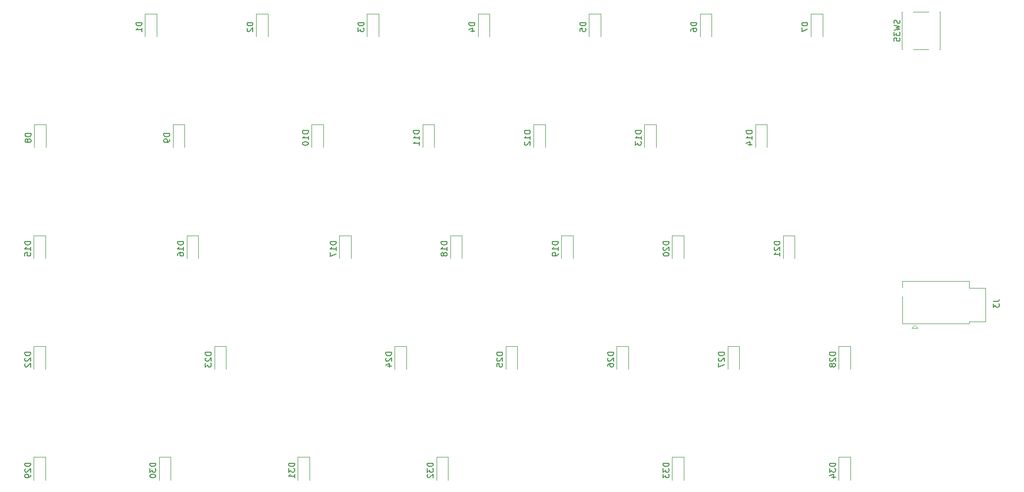
<source format=gbr>
%TF.GenerationSoftware,KiCad,Pcbnew,(6.0.4)*%
%TF.CreationDate,2022-03-31T08:58:10-07:00*%
%TF.ProjectId,hip-factor-3-l,6869702d-6661-4637-946f-722d332d6c2e,rev?*%
%TF.SameCoordinates,Original*%
%TF.FileFunction,Legend,Bot*%
%TF.FilePolarity,Positive*%
%FSLAX46Y46*%
G04 Gerber Fmt 4.6, Leading zero omitted, Abs format (unit mm)*
G04 Created by KiCad (PCBNEW (6.0.4)) date 2022-03-31 08:58:10*
%MOMM*%
%LPD*%
G01*
G04 APERTURE LIST*
%ADD10C,0.150000*%
%ADD11C,0.120000*%
G04 APERTURE END LIST*
D10*
%TO.C,D16*%
X70577380Y-76785714D02*
X69577380Y-76785714D01*
X69577380Y-77023809D01*
X69625000Y-77166666D01*
X69720238Y-77261904D01*
X69815476Y-77309523D01*
X70005952Y-77357142D01*
X70148809Y-77357142D01*
X70339285Y-77309523D01*
X70434523Y-77261904D01*
X70529761Y-77166666D01*
X70577380Y-77023809D01*
X70577380Y-76785714D01*
X70577380Y-78309523D02*
X70577380Y-77738095D01*
X70577380Y-78023809D02*
X69577380Y-78023809D01*
X69720238Y-77928571D01*
X69815476Y-77833333D01*
X69863095Y-77738095D01*
X69577380Y-79166666D02*
X69577380Y-78976190D01*
X69625000Y-78880952D01*
X69672619Y-78833333D01*
X69815476Y-78738095D01*
X70005952Y-78690476D01*
X70386904Y-78690476D01*
X70482142Y-78738095D01*
X70529761Y-78785714D01*
X70577380Y-78880952D01*
X70577380Y-79071428D01*
X70529761Y-79166666D01*
X70482142Y-79214285D01*
X70386904Y-79261904D01*
X70148809Y-79261904D01*
X70053571Y-79214285D01*
X70005952Y-79166666D01*
X69958333Y-79071428D01*
X69958333Y-78880952D01*
X70005952Y-78785714D01*
X70053571Y-78738095D01*
X70148809Y-78690476D01*
%TO.C,D21*%
X172702380Y-76785714D02*
X171702380Y-76785714D01*
X171702380Y-77023809D01*
X171750000Y-77166666D01*
X171845238Y-77261904D01*
X171940476Y-77309523D01*
X172130952Y-77357142D01*
X172273809Y-77357142D01*
X172464285Y-77309523D01*
X172559523Y-77261904D01*
X172654761Y-77166666D01*
X172702380Y-77023809D01*
X172702380Y-76785714D01*
X171797619Y-77738095D02*
X171750000Y-77785714D01*
X171702380Y-77880952D01*
X171702380Y-78119047D01*
X171750000Y-78214285D01*
X171797619Y-78261904D01*
X171892857Y-78309523D01*
X171988095Y-78309523D01*
X172130952Y-78261904D01*
X172702380Y-77690476D01*
X172702380Y-78309523D01*
X172702380Y-79261904D02*
X172702380Y-78690476D01*
X172702380Y-78976190D02*
X171702380Y-78976190D01*
X171845238Y-78880952D01*
X171940476Y-78785714D01*
X171988095Y-78690476D01*
%TO.C,D17*%
X96702380Y-76785714D02*
X95702380Y-76785714D01*
X95702380Y-77023809D01*
X95750000Y-77166666D01*
X95845238Y-77261904D01*
X95940476Y-77309523D01*
X96130952Y-77357142D01*
X96273809Y-77357142D01*
X96464285Y-77309523D01*
X96559523Y-77261904D01*
X96654761Y-77166666D01*
X96702380Y-77023809D01*
X96702380Y-76785714D01*
X96702380Y-78309523D02*
X96702380Y-77738095D01*
X96702380Y-78023809D02*
X95702380Y-78023809D01*
X95845238Y-77928571D01*
X95940476Y-77833333D01*
X95988095Y-77738095D01*
X95702380Y-78642857D02*
X95702380Y-79309523D01*
X96702380Y-78880952D01*
%TO.C,D26*%
X144202380Y-95785714D02*
X143202380Y-95785714D01*
X143202380Y-96023809D01*
X143250000Y-96166666D01*
X143345238Y-96261904D01*
X143440476Y-96309523D01*
X143630952Y-96357142D01*
X143773809Y-96357142D01*
X143964285Y-96309523D01*
X144059523Y-96261904D01*
X144154761Y-96166666D01*
X144202380Y-96023809D01*
X144202380Y-95785714D01*
X143297619Y-96738095D02*
X143250000Y-96785714D01*
X143202380Y-96880952D01*
X143202380Y-97119047D01*
X143250000Y-97214285D01*
X143297619Y-97261904D01*
X143392857Y-97309523D01*
X143488095Y-97309523D01*
X143630952Y-97261904D01*
X144202380Y-96690476D01*
X144202380Y-97309523D01*
X143202380Y-98166666D02*
X143202380Y-97976190D01*
X143250000Y-97880952D01*
X143297619Y-97833333D01*
X143440476Y-97738095D01*
X143630952Y-97690476D01*
X144011904Y-97690476D01*
X144107142Y-97738095D01*
X144154761Y-97785714D01*
X144202380Y-97880952D01*
X144202380Y-98071428D01*
X144154761Y-98166666D01*
X144107142Y-98214285D01*
X144011904Y-98261904D01*
X143773809Y-98261904D01*
X143678571Y-98214285D01*
X143630952Y-98166666D01*
X143583333Y-98071428D01*
X143583333Y-97880952D01*
X143630952Y-97785714D01*
X143678571Y-97738095D01*
X143773809Y-97690476D01*
%TO.C,D34*%
X182202380Y-114785714D02*
X181202380Y-114785714D01*
X181202380Y-115023809D01*
X181250000Y-115166666D01*
X181345238Y-115261904D01*
X181440476Y-115309523D01*
X181630952Y-115357142D01*
X181773809Y-115357142D01*
X181964285Y-115309523D01*
X182059523Y-115261904D01*
X182154761Y-115166666D01*
X182202380Y-115023809D01*
X182202380Y-114785714D01*
X181202380Y-115690476D02*
X181202380Y-116309523D01*
X181583333Y-115976190D01*
X181583333Y-116119047D01*
X181630952Y-116214285D01*
X181678571Y-116261904D01*
X181773809Y-116309523D01*
X182011904Y-116309523D01*
X182107142Y-116261904D01*
X182154761Y-116214285D01*
X182202380Y-116119047D01*
X182202380Y-115833333D01*
X182154761Y-115738095D01*
X182107142Y-115690476D01*
X181535714Y-117166666D02*
X182202380Y-117166666D01*
X181154761Y-116928571D02*
X181869047Y-116690476D01*
X181869047Y-117309523D01*
%TO.C,D24*%
X106202380Y-95785714D02*
X105202380Y-95785714D01*
X105202380Y-96023809D01*
X105250000Y-96166666D01*
X105345238Y-96261904D01*
X105440476Y-96309523D01*
X105630952Y-96357142D01*
X105773809Y-96357142D01*
X105964285Y-96309523D01*
X106059523Y-96261904D01*
X106154761Y-96166666D01*
X106202380Y-96023809D01*
X106202380Y-95785714D01*
X105297619Y-96738095D02*
X105250000Y-96785714D01*
X105202380Y-96880952D01*
X105202380Y-97119047D01*
X105250000Y-97214285D01*
X105297619Y-97261904D01*
X105392857Y-97309523D01*
X105488095Y-97309523D01*
X105630952Y-97261904D01*
X106202380Y-96690476D01*
X106202380Y-97309523D01*
X105535714Y-98166666D02*
X106202380Y-98166666D01*
X105154761Y-97928571D02*
X105869047Y-97690476D01*
X105869047Y-98309523D01*
%TO.C,D14*%
X167952380Y-57785714D02*
X166952380Y-57785714D01*
X166952380Y-58023809D01*
X167000000Y-58166666D01*
X167095238Y-58261904D01*
X167190476Y-58309523D01*
X167380952Y-58357142D01*
X167523809Y-58357142D01*
X167714285Y-58309523D01*
X167809523Y-58261904D01*
X167904761Y-58166666D01*
X167952380Y-58023809D01*
X167952380Y-57785714D01*
X167952380Y-59309523D02*
X167952380Y-58738095D01*
X167952380Y-59023809D02*
X166952380Y-59023809D01*
X167095238Y-58928571D01*
X167190476Y-58833333D01*
X167238095Y-58738095D01*
X167285714Y-60166666D02*
X167952380Y-60166666D01*
X166904761Y-59928571D02*
X167619047Y-59690476D01*
X167619047Y-60309523D01*
%TO.C,D5*%
X139452380Y-39261904D02*
X138452380Y-39261904D01*
X138452380Y-39500000D01*
X138500000Y-39642857D01*
X138595238Y-39738095D01*
X138690476Y-39785714D01*
X138880952Y-39833333D01*
X139023809Y-39833333D01*
X139214285Y-39785714D01*
X139309523Y-39738095D01*
X139404761Y-39642857D01*
X139452380Y-39500000D01*
X139452380Y-39261904D01*
X138452380Y-40738095D02*
X138452380Y-40261904D01*
X138928571Y-40214285D01*
X138880952Y-40261904D01*
X138833333Y-40357142D01*
X138833333Y-40595238D01*
X138880952Y-40690476D01*
X138928571Y-40738095D01*
X139023809Y-40785714D01*
X139261904Y-40785714D01*
X139357142Y-40738095D01*
X139404761Y-40690476D01*
X139452380Y-40595238D01*
X139452380Y-40357142D01*
X139404761Y-40261904D01*
X139357142Y-40214285D01*
%TO.C,D6*%
X158452380Y-39261904D02*
X157452380Y-39261904D01*
X157452380Y-39500000D01*
X157500000Y-39642857D01*
X157595238Y-39738095D01*
X157690476Y-39785714D01*
X157880952Y-39833333D01*
X158023809Y-39833333D01*
X158214285Y-39785714D01*
X158309523Y-39738095D01*
X158404761Y-39642857D01*
X158452380Y-39500000D01*
X158452380Y-39261904D01*
X157452380Y-40690476D02*
X157452380Y-40500000D01*
X157500000Y-40404761D01*
X157547619Y-40357142D01*
X157690476Y-40261904D01*
X157880952Y-40214285D01*
X158261904Y-40214285D01*
X158357142Y-40261904D01*
X158404761Y-40309523D01*
X158452380Y-40404761D01*
X158452380Y-40595238D01*
X158404761Y-40690476D01*
X158357142Y-40738095D01*
X158261904Y-40785714D01*
X158023809Y-40785714D01*
X157928571Y-40738095D01*
X157880952Y-40690476D01*
X157833333Y-40595238D01*
X157833333Y-40404761D01*
X157880952Y-40309523D01*
X157928571Y-40261904D01*
X158023809Y-40214285D01*
%TO.C,D10*%
X91952380Y-57785714D02*
X90952380Y-57785714D01*
X90952380Y-58023809D01*
X91000000Y-58166666D01*
X91095238Y-58261904D01*
X91190476Y-58309523D01*
X91380952Y-58357142D01*
X91523809Y-58357142D01*
X91714285Y-58309523D01*
X91809523Y-58261904D01*
X91904761Y-58166666D01*
X91952380Y-58023809D01*
X91952380Y-57785714D01*
X91952380Y-59309523D02*
X91952380Y-58738095D01*
X91952380Y-59023809D02*
X90952380Y-59023809D01*
X91095238Y-58928571D01*
X91190476Y-58833333D01*
X91238095Y-58738095D01*
X90952380Y-59928571D02*
X90952380Y-60023809D01*
X91000000Y-60119047D01*
X91047619Y-60166666D01*
X91142857Y-60214285D01*
X91333333Y-60261904D01*
X91571428Y-60261904D01*
X91761904Y-60214285D01*
X91857142Y-60166666D01*
X91904761Y-60119047D01*
X91952380Y-60023809D01*
X91952380Y-59928571D01*
X91904761Y-59833333D01*
X91857142Y-59785714D01*
X91761904Y-59738095D01*
X91571428Y-59690476D01*
X91333333Y-59690476D01*
X91142857Y-59738095D01*
X91047619Y-59785714D01*
X91000000Y-59833333D01*
X90952380Y-59928571D01*
%TO.C,D9*%
X68202380Y-58261904D02*
X67202380Y-58261904D01*
X67202380Y-58500000D01*
X67250000Y-58642857D01*
X67345238Y-58738095D01*
X67440476Y-58785714D01*
X67630952Y-58833333D01*
X67773809Y-58833333D01*
X67964285Y-58785714D01*
X68059523Y-58738095D01*
X68154761Y-58642857D01*
X68202380Y-58500000D01*
X68202380Y-58261904D01*
X68202380Y-59309523D02*
X68202380Y-59500000D01*
X68154761Y-59595238D01*
X68107142Y-59642857D01*
X67964285Y-59738095D01*
X67773809Y-59785714D01*
X67392857Y-59785714D01*
X67297619Y-59738095D01*
X67250000Y-59690476D01*
X67202380Y-59595238D01*
X67202380Y-59404761D01*
X67250000Y-59309523D01*
X67297619Y-59261904D01*
X67392857Y-59214285D01*
X67630952Y-59214285D01*
X67726190Y-59261904D01*
X67773809Y-59309523D01*
X67821428Y-59404761D01*
X67821428Y-59595238D01*
X67773809Y-59690476D01*
X67726190Y-59738095D01*
X67630952Y-59785714D01*
%TO.C,D18*%
X115702380Y-76785714D02*
X114702380Y-76785714D01*
X114702380Y-77023809D01*
X114750000Y-77166666D01*
X114845238Y-77261904D01*
X114940476Y-77309523D01*
X115130952Y-77357142D01*
X115273809Y-77357142D01*
X115464285Y-77309523D01*
X115559523Y-77261904D01*
X115654761Y-77166666D01*
X115702380Y-77023809D01*
X115702380Y-76785714D01*
X115702380Y-78309523D02*
X115702380Y-77738095D01*
X115702380Y-78023809D02*
X114702380Y-78023809D01*
X114845238Y-77928571D01*
X114940476Y-77833333D01*
X114988095Y-77738095D01*
X115130952Y-78880952D02*
X115083333Y-78785714D01*
X115035714Y-78738095D01*
X114940476Y-78690476D01*
X114892857Y-78690476D01*
X114797619Y-78738095D01*
X114750000Y-78785714D01*
X114702380Y-78880952D01*
X114702380Y-79071428D01*
X114750000Y-79166666D01*
X114797619Y-79214285D01*
X114892857Y-79261904D01*
X114940476Y-79261904D01*
X115035714Y-79214285D01*
X115083333Y-79166666D01*
X115130952Y-79071428D01*
X115130952Y-78880952D01*
X115178571Y-78785714D01*
X115226190Y-78738095D01*
X115321428Y-78690476D01*
X115511904Y-78690476D01*
X115607142Y-78738095D01*
X115654761Y-78785714D01*
X115702380Y-78880952D01*
X115702380Y-79071428D01*
X115654761Y-79166666D01*
X115607142Y-79214285D01*
X115511904Y-79261904D01*
X115321428Y-79261904D01*
X115226190Y-79214285D01*
X115178571Y-79166666D01*
X115130952Y-79071428D01*
%TO.C,D30*%
X65827380Y-114785714D02*
X64827380Y-114785714D01*
X64827380Y-115023809D01*
X64875000Y-115166666D01*
X64970238Y-115261904D01*
X65065476Y-115309523D01*
X65255952Y-115357142D01*
X65398809Y-115357142D01*
X65589285Y-115309523D01*
X65684523Y-115261904D01*
X65779761Y-115166666D01*
X65827380Y-115023809D01*
X65827380Y-114785714D01*
X64827380Y-115690476D02*
X64827380Y-116309523D01*
X65208333Y-115976190D01*
X65208333Y-116119047D01*
X65255952Y-116214285D01*
X65303571Y-116261904D01*
X65398809Y-116309523D01*
X65636904Y-116309523D01*
X65732142Y-116261904D01*
X65779761Y-116214285D01*
X65827380Y-116119047D01*
X65827380Y-115833333D01*
X65779761Y-115738095D01*
X65732142Y-115690476D01*
X64827380Y-116928571D02*
X64827380Y-117023809D01*
X64875000Y-117119047D01*
X64922619Y-117166666D01*
X65017857Y-117214285D01*
X65208333Y-117261904D01*
X65446428Y-117261904D01*
X65636904Y-117214285D01*
X65732142Y-117166666D01*
X65779761Y-117119047D01*
X65827380Y-117023809D01*
X65827380Y-116928571D01*
X65779761Y-116833333D01*
X65732142Y-116785714D01*
X65636904Y-116738095D01*
X65446428Y-116690476D01*
X65208333Y-116690476D01*
X65017857Y-116738095D01*
X64922619Y-116785714D01*
X64875000Y-116833333D01*
X64827380Y-116928571D01*
%TO.C,J3*%
X209232380Y-87056666D02*
X209946666Y-87056666D01*
X210089523Y-87009047D01*
X210184761Y-86913809D01*
X210232380Y-86770952D01*
X210232380Y-86675714D01*
X209232380Y-87437619D02*
X209232380Y-88056666D01*
X209613333Y-87723333D01*
X209613333Y-87866190D01*
X209660952Y-87961428D01*
X209708571Y-88009047D01*
X209803809Y-88056666D01*
X210041904Y-88056666D01*
X210137142Y-88009047D01*
X210184761Y-87961428D01*
X210232380Y-87866190D01*
X210232380Y-87580476D01*
X210184761Y-87485238D01*
X210137142Y-87437619D01*
%TO.C,D7*%
X177452380Y-39261904D02*
X176452380Y-39261904D01*
X176452380Y-39500000D01*
X176500000Y-39642857D01*
X176595238Y-39738095D01*
X176690476Y-39785714D01*
X176880952Y-39833333D01*
X177023809Y-39833333D01*
X177214285Y-39785714D01*
X177309523Y-39738095D01*
X177404761Y-39642857D01*
X177452380Y-39500000D01*
X177452380Y-39261904D01*
X176452380Y-40166666D02*
X176452380Y-40833333D01*
X177452380Y-40404761D01*
%TO.C,D2*%
X82452380Y-39261904D02*
X81452380Y-39261904D01*
X81452380Y-39500000D01*
X81500000Y-39642857D01*
X81595238Y-39738095D01*
X81690476Y-39785714D01*
X81880952Y-39833333D01*
X82023809Y-39833333D01*
X82214285Y-39785714D01*
X82309523Y-39738095D01*
X82404761Y-39642857D01*
X82452380Y-39500000D01*
X82452380Y-39261904D01*
X81547619Y-40214285D02*
X81500000Y-40261904D01*
X81452380Y-40357142D01*
X81452380Y-40595238D01*
X81500000Y-40690476D01*
X81547619Y-40738095D01*
X81642857Y-40785714D01*
X81738095Y-40785714D01*
X81880952Y-40738095D01*
X82452380Y-40166666D01*
X82452380Y-40785714D01*
%TO.C,D33*%
X153702380Y-114785714D02*
X152702380Y-114785714D01*
X152702380Y-115023809D01*
X152750000Y-115166666D01*
X152845238Y-115261904D01*
X152940476Y-115309523D01*
X153130952Y-115357142D01*
X153273809Y-115357142D01*
X153464285Y-115309523D01*
X153559523Y-115261904D01*
X153654761Y-115166666D01*
X153702380Y-115023809D01*
X153702380Y-114785714D01*
X152702380Y-115690476D02*
X152702380Y-116309523D01*
X153083333Y-115976190D01*
X153083333Y-116119047D01*
X153130952Y-116214285D01*
X153178571Y-116261904D01*
X153273809Y-116309523D01*
X153511904Y-116309523D01*
X153607142Y-116261904D01*
X153654761Y-116214285D01*
X153702380Y-116119047D01*
X153702380Y-115833333D01*
X153654761Y-115738095D01*
X153607142Y-115690476D01*
X152702380Y-116642857D02*
X152702380Y-117261904D01*
X153083333Y-116928571D01*
X153083333Y-117071428D01*
X153130952Y-117166666D01*
X153178571Y-117214285D01*
X153273809Y-117261904D01*
X153511904Y-117261904D01*
X153607142Y-117214285D01*
X153654761Y-117166666D01*
X153702380Y-117071428D01*
X153702380Y-116785714D01*
X153654761Y-116690476D01*
X153607142Y-116642857D01*
%TO.C,D15*%
X44402380Y-76785714D02*
X43402380Y-76785714D01*
X43402380Y-77023809D01*
X43450000Y-77166666D01*
X43545238Y-77261904D01*
X43640476Y-77309523D01*
X43830952Y-77357142D01*
X43973809Y-77357142D01*
X44164285Y-77309523D01*
X44259523Y-77261904D01*
X44354761Y-77166666D01*
X44402380Y-77023809D01*
X44402380Y-76785714D01*
X44402380Y-78309523D02*
X44402380Y-77738095D01*
X44402380Y-78023809D02*
X43402380Y-78023809D01*
X43545238Y-77928571D01*
X43640476Y-77833333D01*
X43688095Y-77738095D01*
X43402380Y-79214285D02*
X43402380Y-78738095D01*
X43878571Y-78690476D01*
X43830952Y-78738095D01*
X43783333Y-78833333D01*
X43783333Y-79071428D01*
X43830952Y-79166666D01*
X43878571Y-79214285D01*
X43973809Y-79261904D01*
X44211904Y-79261904D01*
X44307142Y-79214285D01*
X44354761Y-79166666D01*
X44402380Y-79071428D01*
X44402380Y-78833333D01*
X44354761Y-78738095D01*
X44307142Y-78690476D01*
%TO.C,D28*%
X182202380Y-95785714D02*
X181202380Y-95785714D01*
X181202380Y-96023809D01*
X181250000Y-96166666D01*
X181345238Y-96261904D01*
X181440476Y-96309523D01*
X181630952Y-96357142D01*
X181773809Y-96357142D01*
X181964285Y-96309523D01*
X182059523Y-96261904D01*
X182154761Y-96166666D01*
X182202380Y-96023809D01*
X182202380Y-95785714D01*
X181297619Y-96738095D02*
X181250000Y-96785714D01*
X181202380Y-96880952D01*
X181202380Y-97119047D01*
X181250000Y-97214285D01*
X181297619Y-97261904D01*
X181392857Y-97309523D01*
X181488095Y-97309523D01*
X181630952Y-97261904D01*
X182202380Y-96690476D01*
X182202380Y-97309523D01*
X181630952Y-97880952D02*
X181583333Y-97785714D01*
X181535714Y-97738095D01*
X181440476Y-97690476D01*
X181392857Y-97690476D01*
X181297619Y-97738095D01*
X181250000Y-97785714D01*
X181202380Y-97880952D01*
X181202380Y-98071428D01*
X181250000Y-98166666D01*
X181297619Y-98214285D01*
X181392857Y-98261904D01*
X181440476Y-98261904D01*
X181535714Y-98214285D01*
X181583333Y-98166666D01*
X181630952Y-98071428D01*
X181630952Y-97880952D01*
X181678571Y-97785714D01*
X181726190Y-97738095D01*
X181821428Y-97690476D01*
X182011904Y-97690476D01*
X182107142Y-97738095D01*
X182154761Y-97785714D01*
X182202380Y-97880952D01*
X182202380Y-98071428D01*
X182154761Y-98166666D01*
X182107142Y-98214285D01*
X182011904Y-98261904D01*
X181821428Y-98261904D01*
X181726190Y-98214285D01*
X181678571Y-98166666D01*
X181630952Y-98071428D01*
%TO.C,D23*%
X75327380Y-95785714D02*
X74327380Y-95785714D01*
X74327380Y-96023809D01*
X74375000Y-96166666D01*
X74470238Y-96261904D01*
X74565476Y-96309523D01*
X74755952Y-96357142D01*
X74898809Y-96357142D01*
X75089285Y-96309523D01*
X75184523Y-96261904D01*
X75279761Y-96166666D01*
X75327380Y-96023809D01*
X75327380Y-95785714D01*
X74422619Y-96738095D02*
X74375000Y-96785714D01*
X74327380Y-96880952D01*
X74327380Y-97119047D01*
X74375000Y-97214285D01*
X74422619Y-97261904D01*
X74517857Y-97309523D01*
X74613095Y-97309523D01*
X74755952Y-97261904D01*
X75327380Y-96690476D01*
X75327380Y-97309523D01*
X74327380Y-97642857D02*
X74327380Y-98261904D01*
X74708333Y-97928571D01*
X74708333Y-98071428D01*
X74755952Y-98166666D01*
X74803571Y-98214285D01*
X74898809Y-98261904D01*
X75136904Y-98261904D01*
X75232142Y-98214285D01*
X75279761Y-98166666D01*
X75327380Y-98071428D01*
X75327380Y-97785714D01*
X75279761Y-97690476D01*
X75232142Y-97642857D01*
%TO.C,D4*%
X120452380Y-39261904D02*
X119452380Y-39261904D01*
X119452380Y-39500000D01*
X119500000Y-39642857D01*
X119595238Y-39738095D01*
X119690476Y-39785714D01*
X119880952Y-39833333D01*
X120023809Y-39833333D01*
X120214285Y-39785714D01*
X120309523Y-39738095D01*
X120404761Y-39642857D01*
X120452380Y-39500000D01*
X120452380Y-39261904D01*
X119785714Y-40690476D02*
X120452380Y-40690476D01*
X119404761Y-40452380D02*
X120119047Y-40214285D01*
X120119047Y-40833333D01*
%TO.C,D11*%
X110952380Y-57785714D02*
X109952380Y-57785714D01*
X109952380Y-58023809D01*
X110000000Y-58166666D01*
X110095238Y-58261904D01*
X110190476Y-58309523D01*
X110380952Y-58357142D01*
X110523809Y-58357142D01*
X110714285Y-58309523D01*
X110809523Y-58261904D01*
X110904761Y-58166666D01*
X110952380Y-58023809D01*
X110952380Y-57785714D01*
X110952380Y-59309523D02*
X110952380Y-58738095D01*
X110952380Y-59023809D02*
X109952380Y-59023809D01*
X110095238Y-58928571D01*
X110190476Y-58833333D01*
X110238095Y-58738095D01*
X110952380Y-60261904D02*
X110952380Y-59690476D01*
X110952380Y-59976190D02*
X109952380Y-59976190D01*
X110095238Y-59880952D01*
X110190476Y-59785714D01*
X110238095Y-59690476D01*
%TO.C,D27*%
X163202380Y-95785714D02*
X162202380Y-95785714D01*
X162202380Y-96023809D01*
X162250000Y-96166666D01*
X162345238Y-96261904D01*
X162440476Y-96309523D01*
X162630952Y-96357142D01*
X162773809Y-96357142D01*
X162964285Y-96309523D01*
X163059523Y-96261904D01*
X163154761Y-96166666D01*
X163202380Y-96023809D01*
X163202380Y-95785714D01*
X162297619Y-96738095D02*
X162250000Y-96785714D01*
X162202380Y-96880952D01*
X162202380Y-97119047D01*
X162250000Y-97214285D01*
X162297619Y-97261904D01*
X162392857Y-97309523D01*
X162488095Y-97309523D01*
X162630952Y-97261904D01*
X163202380Y-96690476D01*
X163202380Y-97309523D01*
X162202380Y-97642857D02*
X162202380Y-98309523D01*
X163202380Y-97880952D01*
%TO.C,D32*%
X113327380Y-114785714D02*
X112327380Y-114785714D01*
X112327380Y-115023809D01*
X112375000Y-115166666D01*
X112470238Y-115261904D01*
X112565476Y-115309523D01*
X112755952Y-115357142D01*
X112898809Y-115357142D01*
X113089285Y-115309523D01*
X113184523Y-115261904D01*
X113279761Y-115166666D01*
X113327380Y-115023809D01*
X113327380Y-114785714D01*
X112327380Y-115690476D02*
X112327380Y-116309523D01*
X112708333Y-115976190D01*
X112708333Y-116119047D01*
X112755952Y-116214285D01*
X112803571Y-116261904D01*
X112898809Y-116309523D01*
X113136904Y-116309523D01*
X113232142Y-116261904D01*
X113279761Y-116214285D01*
X113327380Y-116119047D01*
X113327380Y-115833333D01*
X113279761Y-115738095D01*
X113232142Y-115690476D01*
X112422619Y-116690476D02*
X112375000Y-116738095D01*
X112327380Y-116833333D01*
X112327380Y-117071428D01*
X112375000Y-117166666D01*
X112422619Y-117214285D01*
X112517857Y-117261904D01*
X112613095Y-117261904D01*
X112755952Y-117214285D01*
X113327380Y-116642857D01*
X113327380Y-117261904D01*
%TO.C,D25*%
X125202380Y-95785714D02*
X124202380Y-95785714D01*
X124202380Y-96023809D01*
X124250000Y-96166666D01*
X124345238Y-96261904D01*
X124440476Y-96309523D01*
X124630952Y-96357142D01*
X124773809Y-96357142D01*
X124964285Y-96309523D01*
X125059523Y-96261904D01*
X125154761Y-96166666D01*
X125202380Y-96023809D01*
X125202380Y-95785714D01*
X124297619Y-96738095D02*
X124250000Y-96785714D01*
X124202380Y-96880952D01*
X124202380Y-97119047D01*
X124250000Y-97214285D01*
X124297619Y-97261904D01*
X124392857Y-97309523D01*
X124488095Y-97309523D01*
X124630952Y-97261904D01*
X125202380Y-96690476D01*
X125202380Y-97309523D01*
X124202380Y-98214285D02*
X124202380Y-97738095D01*
X124678571Y-97690476D01*
X124630952Y-97738095D01*
X124583333Y-97833333D01*
X124583333Y-98071428D01*
X124630952Y-98166666D01*
X124678571Y-98214285D01*
X124773809Y-98261904D01*
X125011904Y-98261904D01*
X125107142Y-98214285D01*
X125154761Y-98166666D01*
X125202380Y-98071428D01*
X125202380Y-97833333D01*
X125154761Y-97738095D01*
X125107142Y-97690476D01*
%TO.C,D12*%
X129952380Y-57785714D02*
X128952380Y-57785714D01*
X128952380Y-58023809D01*
X129000000Y-58166666D01*
X129095238Y-58261904D01*
X129190476Y-58309523D01*
X129380952Y-58357142D01*
X129523809Y-58357142D01*
X129714285Y-58309523D01*
X129809523Y-58261904D01*
X129904761Y-58166666D01*
X129952380Y-58023809D01*
X129952380Y-57785714D01*
X129952380Y-59309523D02*
X129952380Y-58738095D01*
X129952380Y-59023809D02*
X128952380Y-59023809D01*
X129095238Y-58928571D01*
X129190476Y-58833333D01*
X129238095Y-58738095D01*
X129047619Y-59690476D02*
X129000000Y-59738095D01*
X128952380Y-59833333D01*
X128952380Y-60071428D01*
X129000000Y-60166666D01*
X129047619Y-60214285D01*
X129142857Y-60261904D01*
X129238095Y-60261904D01*
X129380952Y-60214285D01*
X129952380Y-59642857D01*
X129952380Y-60261904D01*
%TO.C,D13*%
X148952380Y-57785714D02*
X147952380Y-57785714D01*
X147952380Y-58023809D01*
X148000000Y-58166666D01*
X148095238Y-58261904D01*
X148190476Y-58309523D01*
X148380952Y-58357142D01*
X148523809Y-58357142D01*
X148714285Y-58309523D01*
X148809523Y-58261904D01*
X148904761Y-58166666D01*
X148952380Y-58023809D01*
X148952380Y-57785714D01*
X148952380Y-59309523D02*
X148952380Y-58738095D01*
X148952380Y-59023809D02*
X147952380Y-59023809D01*
X148095238Y-58928571D01*
X148190476Y-58833333D01*
X148238095Y-58738095D01*
X147952380Y-59642857D02*
X147952380Y-60261904D01*
X148333333Y-59928571D01*
X148333333Y-60071428D01*
X148380952Y-60166666D01*
X148428571Y-60214285D01*
X148523809Y-60261904D01*
X148761904Y-60261904D01*
X148857142Y-60214285D01*
X148904761Y-60166666D01*
X148952380Y-60071428D01*
X148952380Y-59785714D01*
X148904761Y-59690476D01*
X148857142Y-59642857D01*
%TO.C,D22*%
X44402380Y-95785714D02*
X43402380Y-95785714D01*
X43402380Y-96023809D01*
X43450000Y-96166666D01*
X43545238Y-96261904D01*
X43640476Y-96309523D01*
X43830952Y-96357142D01*
X43973809Y-96357142D01*
X44164285Y-96309523D01*
X44259523Y-96261904D01*
X44354761Y-96166666D01*
X44402380Y-96023809D01*
X44402380Y-95785714D01*
X43497619Y-96738095D02*
X43450000Y-96785714D01*
X43402380Y-96880952D01*
X43402380Y-97119047D01*
X43450000Y-97214285D01*
X43497619Y-97261904D01*
X43592857Y-97309523D01*
X43688095Y-97309523D01*
X43830952Y-97261904D01*
X44402380Y-96690476D01*
X44402380Y-97309523D01*
X43497619Y-97690476D02*
X43450000Y-97738095D01*
X43402380Y-97833333D01*
X43402380Y-98071428D01*
X43450000Y-98166666D01*
X43497619Y-98214285D01*
X43592857Y-98261904D01*
X43688095Y-98261904D01*
X43830952Y-98214285D01*
X44402380Y-97642857D01*
X44402380Y-98261904D01*
%TO.C,D1*%
X63452380Y-39261904D02*
X62452380Y-39261904D01*
X62452380Y-39500000D01*
X62500000Y-39642857D01*
X62595238Y-39738095D01*
X62690476Y-39785714D01*
X62880952Y-39833333D01*
X63023809Y-39833333D01*
X63214285Y-39785714D01*
X63309523Y-39738095D01*
X63404761Y-39642857D01*
X63452380Y-39500000D01*
X63452380Y-39261904D01*
X63452380Y-40785714D02*
X63452380Y-40214285D01*
X63452380Y-40500000D02*
X62452380Y-40500000D01*
X62595238Y-40404761D01*
X62690476Y-40309523D01*
X62738095Y-40214285D01*
%TO.C,D31*%
X89577380Y-114785714D02*
X88577380Y-114785714D01*
X88577380Y-115023809D01*
X88625000Y-115166666D01*
X88720238Y-115261904D01*
X88815476Y-115309523D01*
X89005952Y-115357142D01*
X89148809Y-115357142D01*
X89339285Y-115309523D01*
X89434523Y-115261904D01*
X89529761Y-115166666D01*
X89577380Y-115023809D01*
X89577380Y-114785714D01*
X88577380Y-115690476D02*
X88577380Y-116309523D01*
X88958333Y-115976190D01*
X88958333Y-116119047D01*
X89005952Y-116214285D01*
X89053571Y-116261904D01*
X89148809Y-116309523D01*
X89386904Y-116309523D01*
X89482142Y-116261904D01*
X89529761Y-116214285D01*
X89577380Y-116119047D01*
X89577380Y-115833333D01*
X89529761Y-115738095D01*
X89482142Y-115690476D01*
X89577380Y-117261904D02*
X89577380Y-116690476D01*
X89577380Y-116976190D02*
X88577380Y-116976190D01*
X88720238Y-116880952D01*
X88815476Y-116785714D01*
X88863095Y-116690476D01*
%TO.C,D8*%
X44452380Y-58261904D02*
X43452380Y-58261904D01*
X43452380Y-58500000D01*
X43500000Y-58642857D01*
X43595238Y-58738095D01*
X43690476Y-58785714D01*
X43880952Y-58833333D01*
X44023809Y-58833333D01*
X44214285Y-58785714D01*
X44309523Y-58738095D01*
X44404761Y-58642857D01*
X44452380Y-58500000D01*
X44452380Y-58261904D01*
X43880952Y-59404761D02*
X43833333Y-59309523D01*
X43785714Y-59261904D01*
X43690476Y-59214285D01*
X43642857Y-59214285D01*
X43547619Y-59261904D01*
X43500000Y-59309523D01*
X43452380Y-59404761D01*
X43452380Y-59595238D01*
X43500000Y-59690476D01*
X43547619Y-59738095D01*
X43642857Y-59785714D01*
X43690476Y-59785714D01*
X43785714Y-59738095D01*
X43833333Y-59690476D01*
X43880952Y-59595238D01*
X43880952Y-59404761D01*
X43928571Y-59309523D01*
X43976190Y-59261904D01*
X44071428Y-59214285D01*
X44261904Y-59214285D01*
X44357142Y-59261904D01*
X44404761Y-59309523D01*
X44452380Y-59404761D01*
X44452380Y-59595238D01*
X44404761Y-59690476D01*
X44357142Y-59738095D01*
X44261904Y-59785714D01*
X44071428Y-59785714D01*
X43976190Y-59738095D01*
X43928571Y-59690476D01*
X43880952Y-59595238D01*
%TO.C,D20*%
X153702380Y-76785714D02*
X152702380Y-76785714D01*
X152702380Y-77023809D01*
X152750000Y-77166666D01*
X152845238Y-77261904D01*
X152940476Y-77309523D01*
X153130952Y-77357142D01*
X153273809Y-77357142D01*
X153464285Y-77309523D01*
X153559523Y-77261904D01*
X153654761Y-77166666D01*
X153702380Y-77023809D01*
X153702380Y-76785714D01*
X152797619Y-77738095D02*
X152750000Y-77785714D01*
X152702380Y-77880952D01*
X152702380Y-78119047D01*
X152750000Y-78214285D01*
X152797619Y-78261904D01*
X152892857Y-78309523D01*
X152988095Y-78309523D01*
X153130952Y-78261904D01*
X153702380Y-77690476D01*
X153702380Y-78309523D01*
X152702380Y-78928571D02*
X152702380Y-79023809D01*
X152750000Y-79119047D01*
X152797619Y-79166666D01*
X152892857Y-79214285D01*
X153083333Y-79261904D01*
X153321428Y-79261904D01*
X153511904Y-79214285D01*
X153607142Y-79166666D01*
X153654761Y-79119047D01*
X153702380Y-79023809D01*
X153702380Y-78928571D01*
X153654761Y-78833333D01*
X153607142Y-78785714D01*
X153511904Y-78738095D01*
X153321428Y-78690476D01*
X153083333Y-78690476D01*
X152892857Y-78738095D01*
X152797619Y-78785714D01*
X152750000Y-78833333D01*
X152702380Y-78928571D01*
%TO.C,D19*%
X134702380Y-76785714D02*
X133702380Y-76785714D01*
X133702380Y-77023809D01*
X133750000Y-77166666D01*
X133845238Y-77261904D01*
X133940476Y-77309523D01*
X134130952Y-77357142D01*
X134273809Y-77357142D01*
X134464285Y-77309523D01*
X134559523Y-77261904D01*
X134654761Y-77166666D01*
X134702380Y-77023809D01*
X134702380Y-76785714D01*
X134702380Y-78309523D02*
X134702380Y-77738095D01*
X134702380Y-78023809D02*
X133702380Y-78023809D01*
X133845238Y-77928571D01*
X133940476Y-77833333D01*
X133988095Y-77738095D01*
X134702380Y-78785714D02*
X134702380Y-78976190D01*
X134654761Y-79071428D01*
X134607142Y-79119047D01*
X134464285Y-79214285D01*
X134273809Y-79261904D01*
X133892857Y-79261904D01*
X133797619Y-79214285D01*
X133750000Y-79166666D01*
X133702380Y-79071428D01*
X133702380Y-78880952D01*
X133750000Y-78785714D01*
X133797619Y-78738095D01*
X133892857Y-78690476D01*
X134130952Y-78690476D01*
X134226190Y-78738095D01*
X134273809Y-78785714D01*
X134321428Y-78880952D01*
X134321428Y-79071428D01*
X134273809Y-79166666D01*
X134226190Y-79214285D01*
X134130952Y-79261904D01*
%TO.C,D3*%
X101452380Y-39261904D02*
X100452380Y-39261904D01*
X100452380Y-39500000D01*
X100500000Y-39642857D01*
X100595238Y-39738095D01*
X100690476Y-39785714D01*
X100880952Y-39833333D01*
X101023809Y-39833333D01*
X101214285Y-39785714D01*
X101309523Y-39738095D01*
X101404761Y-39642857D01*
X101452380Y-39500000D01*
X101452380Y-39261904D01*
X100452380Y-40166666D02*
X100452380Y-40785714D01*
X100833333Y-40452380D01*
X100833333Y-40595238D01*
X100880952Y-40690476D01*
X100928571Y-40738095D01*
X101023809Y-40785714D01*
X101261904Y-40785714D01*
X101357142Y-40738095D01*
X101404761Y-40690476D01*
X101452380Y-40595238D01*
X101452380Y-40309523D01*
X101404761Y-40214285D01*
X101357142Y-40166666D01*
%TO.C,D29*%
X44402380Y-114785714D02*
X43402380Y-114785714D01*
X43402380Y-115023809D01*
X43450000Y-115166666D01*
X43545238Y-115261904D01*
X43640476Y-115309523D01*
X43830952Y-115357142D01*
X43973809Y-115357142D01*
X44164285Y-115309523D01*
X44259523Y-115261904D01*
X44354761Y-115166666D01*
X44402380Y-115023809D01*
X44402380Y-114785714D01*
X43497619Y-115738095D02*
X43450000Y-115785714D01*
X43402380Y-115880952D01*
X43402380Y-116119047D01*
X43450000Y-116214285D01*
X43497619Y-116261904D01*
X43592857Y-116309523D01*
X43688095Y-116309523D01*
X43830952Y-116261904D01*
X44402380Y-115690476D01*
X44402380Y-116309523D01*
X44402380Y-116785714D02*
X44402380Y-116976190D01*
X44354761Y-117071428D01*
X44307142Y-117119047D01*
X44164285Y-117214285D01*
X43973809Y-117261904D01*
X43592857Y-117261904D01*
X43497619Y-117214285D01*
X43450000Y-117166666D01*
X43402380Y-117071428D01*
X43402380Y-116880952D01*
X43450000Y-116785714D01*
X43497619Y-116738095D01*
X43592857Y-116690476D01*
X43830952Y-116690476D01*
X43926190Y-116738095D01*
X43973809Y-116785714D01*
X44021428Y-116880952D01*
X44021428Y-117071428D01*
X43973809Y-117166666D01*
X43926190Y-117214285D01*
X43830952Y-117261904D01*
%TO.C,SW35*%
X193204761Y-38830476D02*
X193252380Y-38973333D01*
X193252380Y-39211428D01*
X193204761Y-39306666D01*
X193157142Y-39354285D01*
X193061904Y-39401904D01*
X192966666Y-39401904D01*
X192871428Y-39354285D01*
X192823809Y-39306666D01*
X192776190Y-39211428D01*
X192728571Y-39020952D01*
X192680952Y-38925714D01*
X192633333Y-38878095D01*
X192538095Y-38830476D01*
X192442857Y-38830476D01*
X192347619Y-38878095D01*
X192300000Y-38925714D01*
X192252380Y-39020952D01*
X192252380Y-39259047D01*
X192300000Y-39401904D01*
X192252380Y-39735238D02*
X193252380Y-39973333D01*
X192538095Y-40163809D01*
X193252380Y-40354285D01*
X192252380Y-40592380D01*
X192252380Y-40878095D02*
X192252380Y-41497142D01*
X192633333Y-41163809D01*
X192633333Y-41306666D01*
X192680952Y-41401904D01*
X192728571Y-41449523D01*
X192823809Y-41497142D01*
X193061904Y-41497142D01*
X193157142Y-41449523D01*
X193204761Y-41401904D01*
X193252380Y-41306666D01*
X193252380Y-41020952D01*
X193204761Y-40925714D01*
X193157142Y-40878095D01*
X192252380Y-42401904D02*
X192252380Y-41925714D01*
X192728571Y-41878095D01*
X192680952Y-41925714D01*
X192633333Y-42020952D01*
X192633333Y-42259047D01*
X192680952Y-42354285D01*
X192728571Y-42401904D01*
X192823809Y-42449523D01*
X193061904Y-42449523D01*
X193157142Y-42401904D01*
X193204761Y-42354285D01*
X193252380Y-42259047D01*
X193252380Y-42020952D01*
X193204761Y-41925714D01*
X193157142Y-41878095D01*
D11*
%TO.C,D16*%
X71125000Y-75750000D02*
X71125000Y-79650000D01*
X73125000Y-75750000D02*
X73125000Y-79650000D01*
X71125000Y-75750000D02*
X73125000Y-75750000D01*
%TO.C,D21*%
X173250000Y-75750000D02*
X175250000Y-75750000D01*
X175250000Y-75750000D02*
X175250000Y-79650000D01*
X173250000Y-75750000D02*
X173250000Y-79650000D01*
%TO.C,D17*%
X97250000Y-75750000D02*
X99250000Y-75750000D01*
X97250000Y-75750000D02*
X97250000Y-79650000D01*
X99250000Y-75750000D02*
X99250000Y-79650000D01*
%TO.C,D26*%
X144750000Y-94750000D02*
X144750000Y-98650000D01*
X146750000Y-94750000D02*
X146750000Y-98650000D01*
X144750000Y-94750000D02*
X146750000Y-94750000D01*
%TO.C,D34*%
X182750000Y-113750000D02*
X182750000Y-117650000D01*
X184750000Y-113750000D02*
X184750000Y-117650000D01*
X182750000Y-113750000D02*
X184750000Y-113750000D01*
%TO.C,D24*%
X108750000Y-94750000D02*
X108750000Y-98650000D01*
X106750000Y-94750000D02*
X106750000Y-98650000D01*
X106750000Y-94750000D02*
X108750000Y-94750000D01*
%TO.C,D14*%
X168500000Y-56750000D02*
X170500000Y-56750000D01*
X168500000Y-56750000D02*
X168500000Y-60650000D01*
X170500000Y-56750000D02*
X170500000Y-60650000D01*
%TO.C,D5*%
X140000000Y-37750000D02*
X142000000Y-37750000D01*
X140000000Y-37750000D02*
X140000000Y-41650000D01*
X142000000Y-37750000D02*
X142000000Y-41650000D01*
%TO.C,D6*%
X159000000Y-37750000D02*
X161000000Y-37750000D01*
X159000000Y-37750000D02*
X159000000Y-41650000D01*
X161000000Y-37750000D02*
X161000000Y-41650000D01*
%TO.C,D10*%
X94500000Y-56750000D02*
X94500000Y-60650000D01*
X92500000Y-56750000D02*
X92500000Y-60650000D01*
X92500000Y-56750000D02*
X94500000Y-56750000D01*
%TO.C,D9*%
X68750000Y-56750000D02*
X68750000Y-60650000D01*
X70750000Y-56750000D02*
X70750000Y-60650000D01*
X68750000Y-56750000D02*
X70750000Y-56750000D01*
%TO.C,D18*%
X116250000Y-75750000D02*
X116250000Y-79650000D01*
X118250000Y-75750000D02*
X118250000Y-79650000D01*
X116250000Y-75750000D02*
X118250000Y-75750000D01*
%TO.C,D30*%
X68375000Y-113750000D02*
X68375000Y-117650000D01*
X66375000Y-113750000D02*
X66375000Y-117650000D01*
X66375000Y-113750000D02*
X68375000Y-113750000D01*
%TO.C,J3*%
X195310000Y-91630000D02*
X195810000Y-91130000D01*
X193710000Y-83530000D02*
X193710000Y-84630000D01*
X205110000Y-84730000D02*
X207910000Y-84730000D01*
X193710000Y-90830000D02*
X193710000Y-86230000D01*
X205110000Y-83530000D02*
X193710000Y-83530000D01*
X195810000Y-91130000D02*
X196310000Y-91630000D01*
X205110000Y-84730000D02*
X205110000Y-83530000D01*
X207910000Y-84730000D02*
X207910000Y-90530000D01*
X196310000Y-91630000D02*
X195310000Y-91630000D01*
X205110000Y-90530000D02*
X207910000Y-90530000D01*
X205110000Y-90830000D02*
X193710000Y-90830000D01*
X205110000Y-90830000D02*
X205110000Y-90530000D01*
%TO.C,D7*%
X180000000Y-37750000D02*
X180000000Y-41650000D01*
X178000000Y-37750000D02*
X178000000Y-41650000D01*
X178000000Y-37750000D02*
X180000000Y-37750000D01*
%TO.C,D2*%
X83000000Y-37750000D02*
X83000000Y-41650000D01*
X85000000Y-37750000D02*
X85000000Y-41650000D01*
X83000000Y-37750000D02*
X85000000Y-37750000D01*
%TO.C,D33*%
X156250000Y-113750000D02*
X156250000Y-117650000D01*
X154250000Y-113750000D02*
X156250000Y-113750000D01*
X154250000Y-113750000D02*
X154250000Y-117650000D01*
%TO.C,D15*%
X44950000Y-75750000D02*
X44950000Y-79650000D01*
X46950000Y-75750000D02*
X46950000Y-79650000D01*
X44950000Y-75750000D02*
X46950000Y-75750000D01*
%TO.C,D28*%
X182750000Y-94750000D02*
X182750000Y-98650000D01*
X184750000Y-94750000D02*
X184750000Y-98650000D01*
X182750000Y-94750000D02*
X184750000Y-94750000D01*
%TO.C,D23*%
X75875000Y-94750000D02*
X77875000Y-94750000D01*
X75875000Y-94750000D02*
X75875000Y-98650000D01*
X77875000Y-94750000D02*
X77875000Y-98650000D01*
%TO.C,D4*%
X121000000Y-37750000D02*
X123000000Y-37750000D01*
X121000000Y-37750000D02*
X121000000Y-41650000D01*
X123000000Y-37750000D02*
X123000000Y-41650000D01*
%TO.C,D11*%
X111500000Y-56750000D02*
X113500000Y-56750000D01*
X113500000Y-56750000D02*
X113500000Y-60650000D01*
X111500000Y-56750000D02*
X111500000Y-60650000D01*
%TO.C,D27*%
X163750000Y-94750000D02*
X163750000Y-98650000D01*
X163750000Y-94750000D02*
X165750000Y-94750000D01*
X165750000Y-94750000D02*
X165750000Y-98650000D01*
%TO.C,D32*%
X115875000Y-113750000D02*
X115875000Y-117650000D01*
X113875000Y-113750000D02*
X115875000Y-113750000D01*
X113875000Y-113750000D02*
X113875000Y-117650000D01*
%TO.C,D25*%
X127750000Y-94750000D02*
X127750000Y-98650000D01*
X125750000Y-94750000D02*
X127750000Y-94750000D01*
X125750000Y-94750000D02*
X125750000Y-98650000D01*
%TO.C,D12*%
X130500000Y-56750000D02*
X130500000Y-60650000D01*
X130500000Y-56750000D02*
X132500000Y-56750000D01*
X132500000Y-56750000D02*
X132500000Y-60650000D01*
%TO.C,D13*%
X149500000Y-56750000D02*
X151500000Y-56750000D01*
X151500000Y-56750000D02*
X151500000Y-60650000D01*
X149500000Y-56750000D02*
X149500000Y-60650000D01*
%TO.C,D22*%
X44950000Y-94750000D02*
X46950000Y-94750000D01*
X46950000Y-94750000D02*
X46950000Y-98650000D01*
X44950000Y-94750000D02*
X44950000Y-98650000D01*
%TO.C,D1*%
X64000000Y-37750000D02*
X66000000Y-37750000D01*
X66000000Y-37750000D02*
X66000000Y-41650000D01*
X64000000Y-37750000D02*
X64000000Y-41650000D01*
%TO.C,D31*%
X90125000Y-113750000D02*
X92125000Y-113750000D01*
X90125000Y-113750000D02*
X90125000Y-117650000D01*
X92125000Y-113750000D02*
X92125000Y-117650000D01*
%TO.C,D8*%
X45000000Y-56750000D02*
X47000000Y-56750000D01*
X47000000Y-56750000D02*
X47000000Y-60650000D01*
X45000000Y-56750000D02*
X45000000Y-60650000D01*
%TO.C,D20*%
X154250000Y-75750000D02*
X156250000Y-75750000D01*
X156250000Y-75750000D02*
X156250000Y-79650000D01*
X154250000Y-75750000D02*
X154250000Y-79650000D01*
%TO.C,D19*%
X135250000Y-75750000D02*
X135250000Y-79650000D01*
X137250000Y-75750000D02*
X137250000Y-79650000D01*
X135250000Y-75750000D02*
X137250000Y-75750000D01*
%TO.C,D3*%
X102000000Y-37750000D02*
X102000000Y-41650000D01*
X104000000Y-37750000D02*
X104000000Y-41650000D01*
X102000000Y-37750000D02*
X104000000Y-37750000D01*
%TO.C,D29*%
X46950000Y-113750000D02*
X46950000Y-117650000D01*
X44950000Y-113750000D02*
X46950000Y-113750000D01*
X44950000Y-113750000D02*
X44950000Y-117650000D01*
%TO.C,SW35*%
X195550000Y-43870000D02*
X198150000Y-43870000D01*
X200080000Y-37410000D02*
X200050000Y-37410000D01*
X193620000Y-37410000D02*
X193620000Y-43870000D01*
X200080000Y-43870000D02*
X200050000Y-43870000D01*
X193620000Y-43870000D02*
X193650000Y-43870000D01*
X193650000Y-37410000D02*
X193620000Y-37410000D01*
X195550000Y-37410000D02*
X198150000Y-37410000D01*
X200080000Y-37410000D02*
X200080000Y-43870000D01*
%TD*%
M02*

</source>
